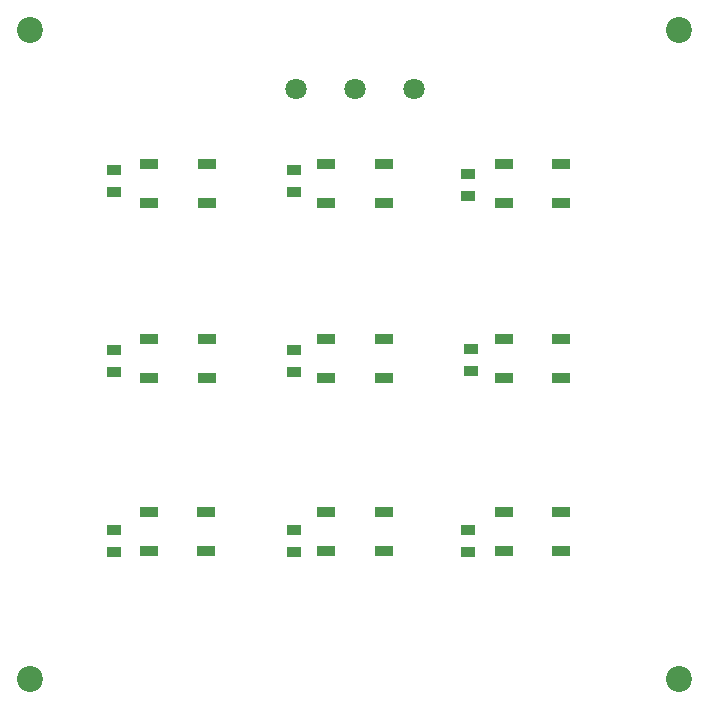
<source format=gbr>
%TF.GenerationSoftware,KiCad,Pcbnew,8.0.7*%
%TF.CreationDate,2025-02-24T23:51:06-05:00*%
%TF.ProjectId,pcb2,70636232-2e6b-4696-9361-645f70636258,rev?*%
%TF.SameCoordinates,Original*%
%TF.FileFunction,Soldermask,Top*%
%TF.FilePolarity,Negative*%
%FSLAX46Y46*%
G04 Gerber Fmt 4.6, Leading zero omitted, Abs format (unit mm)*
G04 Created by KiCad (PCBNEW 8.0.7) date 2025-02-24 23:51:06*
%MOMM*%
%LPD*%
G01*
G04 APERTURE LIST*
G04 Aperture macros list*
%AMRoundRect*
0 Rectangle with rounded corners*
0 $1 Rounding radius*
0 $2 $3 $4 $5 $6 $7 $8 $9 X,Y pos of 4 corners*
0 Add a 4 corners polygon primitive as box body*
4,1,4,$2,$3,$4,$5,$6,$7,$8,$9,$2,$3,0*
0 Add four circle primitives for the rounded corners*
1,1,$1+$1,$2,$3*
1,1,$1+$1,$4,$5*
1,1,$1+$1,$6,$7*
1,1,$1+$1,$8,$9*
0 Add four rect primitives between the rounded corners*
20,1,$1+$1,$2,$3,$4,$5,0*
20,1,$1+$1,$4,$5,$6,$7,0*
20,1,$1+$1,$6,$7,$8,$9,0*
20,1,$1+$1,$8,$9,$2,$3,0*%
G04 Aperture macros list end*
%ADD10R,1.244600X0.863600*%
%ADD11RoundRect,0.090000X-0.660000X-0.360000X0.660000X-0.360000X0.660000X0.360000X-0.660000X0.360000X0*%
%ADD12C,2.200000*%
%ADD13C,1.803400*%
G04 APERTURE END LIST*
D10*
%TO.C,C5*%
X147320000Y-100672900D03*
X147320000Y-102527100D03*
%TD*%
%TO.C,C2*%
X147320000Y-85432900D03*
X147320000Y-87287100D03*
%TD*%
D11*
%TO.C,LED6*%
X165100000Y-99700000D03*
X165100000Y-103000000D03*
X170000000Y-103000000D03*
X170000000Y-99700000D03*
%TD*%
D12*
%TO.C,REF\u002A\u002A*%
X125000000Y-73500000D03*
%TD*%
D11*
%TO.C,LED3*%
X165100000Y-84850000D03*
X165100000Y-88150000D03*
X170000000Y-88150000D03*
X170000000Y-84850000D03*
%TD*%
D10*
%TO.C,C6*%
X162332000Y-100572900D03*
X162332000Y-102427100D03*
%TD*%
D11*
%TO.C,LED5*%
X150050000Y-99700000D03*
X150050000Y-103000000D03*
X154950000Y-103000000D03*
X154950000Y-99700000D03*
%TD*%
D12*
%TO.C,REF\u002A\u002A*%
X180000000Y-73500000D03*
%TD*%
D11*
%TO.C,LED7*%
X135050000Y-114350000D03*
X135050000Y-117650000D03*
X139950000Y-117650000D03*
X139950000Y-114350000D03*
%TD*%
D12*
%TO.C,REF\u002A\u002A*%
X125000000Y-128500000D03*
%TD*%
D11*
%TO.C,LED9*%
X165100000Y-114350000D03*
X165100000Y-117650000D03*
X170000000Y-117650000D03*
X170000000Y-114350000D03*
%TD*%
D10*
%TO.C,C3*%
X162052000Y-85772900D03*
X162052000Y-87627100D03*
%TD*%
D11*
%TO.C,LED1*%
X135075000Y-84850000D03*
X135075000Y-88150000D03*
X139975000Y-88150000D03*
X139975000Y-84850000D03*
%TD*%
%TO.C,LED4*%
X135100000Y-99700000D03*
X135100000Y-103000000D03*
X140000000Y-103000000D03*
X140000000Y-99700000D03*
%TD*%
%TO.C,LED8*%
X150100000Y-114350000D03*
X150100000Y-117650000D03*
X155000000Y-117650000D03*
X155000000Y-114350000D03*
%TD*%
%TO.C,LED2*%
X150050000Y-84850000D03*
X150050000Y-88150000D03*
X154950000Y-88150000D03*
X154950000Y-84850000D03*
%TD*%
D10*
%TO.C,C9*%
X162052000Y-115912900D03*
X162052000Y-117767100D03*
%TD*%
%TO.C,C7*%
X132080000Y-115912900D03*
X132080000Y-117767100D03*
%TD*%
%TO.C,C4*%
X132080000Y-100672900D03*
X132080000Y-102527100D03*
%TD*%
%TO.C,C1*%
X132080000Y-85432900D03*
X132080000Y-87287100D03*
%TD*%
%TO.C,C8*%
X147320000Y-115912900D03*
X147320000Y-117767100D03*
%TD*%
D12*
%TO.C,REF\u002A\u002A*%
X180000000Y-128500000D03*
%TD*%
D13*
%TO.C,J1*%
X147500000Y-78500000D03*
X152500000Y-78500000D03*
X157500000Y-78500000D03*
%TD*%
M02*

</source>
